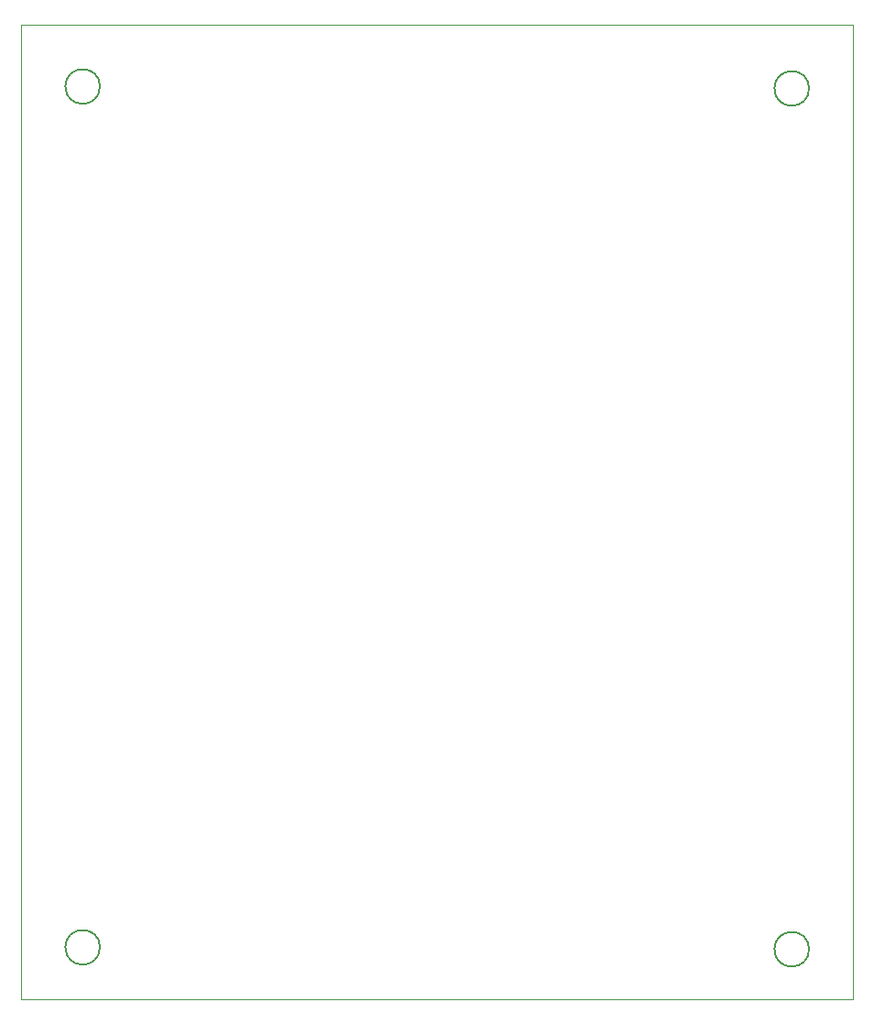
<source format=gbr>
%TF.GenerationSoftware,KiCad,Pcbnew,(6.0.4)*%
%TF.CreationDate,2022-05-05T20:07:31+02:00*%
%TF.ProjectId,ESP32_screwterminal,45535033-325f-4736-9372-65777465726d,-*%
%TF.SameCoordinates,Original*%
%TF.FileFunction,Profile,NP*%
%FSLAX46Y46*%
G04 Gerber Fmt 4.6, Leading zero omitted, Abs format (unit mm)*
G04 Created by KiCad (PCBNEW (6.0.4)) date 2022-05-05 20:07:31*
%MOMM*%
%LPD*%
G01*
G04 APERTURE LIST*
%TA.AperFunction,Profile*%
%ADD10C,0.200000*%
%TD*%
%TA.AperFunction,Profile*%
%ADD11C,0.100000*%
%TD*%
G04 APERTURE END LIST*
D10*
X172796000Y-45898000D02*
G75*
G03*
X172796000Y-45898000I-1600000J0D01*
G01*
D11*
X100000000Y-40000000D02*
X176810000Y-40000000D01*
X176810000Y-40000000D02*
X176810000Y-130000000D01*
X176810000Y-130000000D02*
X100000000Y-130000000D01*
X100000000Y-130000000D02*
X100000000Y-40000000D01*
D10*
X172796000Y-125400000D02*
G75*
G03*
X172796000Y-125400000I-1600000J0D01*
G01*
X107264000Y-125222000D02*
G75*
G03*
X107264000Y-125222000I-1600000J0D01*
G01*
X107264000Y-45720000D02*
G75*
G03*
X107264000Y-45720000I-1600000J0D01*
G01*
M02*

</source>
